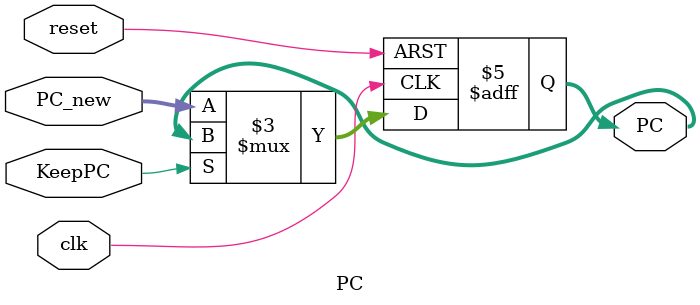
<source format=v>

module PC(
    input clk   ,
    input reset ,
    input KeepPC,           //whether a PC hazard is detected and that we have to keep PC.
    input [31:0]PC_new,           //new PC, just updated at the start of the cycle.
    output reg[31:0]  PC    //current PC, will be fed to InstMem
);
	wire [31 :0] PC_plus_4;

	always @(posedge reset or posedge clk) begin
        if (reset)
			PC <= 32'h00000000;
		else begin
            case (KeepPC)
                1:PC<=PC;
                default:PC <= PC_new;
            endcase
        end
    end
endmodule
</source>
